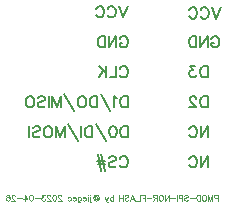
<source format=gbo>
G04 Layer: BottomSilkscreenLayer*
G04 EasyEDA v6.5.28, 2023-04-26 18:09:45*
G04 5b3014f588d64736849814bc4e181a52,358ee61244f84d38bc88aa0054fa78fe,10*
G04 Gerber Generator version 0.2*
G04 Scale: 100 percent, Rotated: No, Reflected: No *
G04 Dimensions in millimeters *
G04 leading zeros omitted , absolute positions ,4 integer and 5 decimal *
%FSLAX45Y45*%
%MOMM*%

%ADD10C,0.1000*%
%ADD11C,0.2000*%

%LPD*%
D10*
X4267200Y3403254D02*
G01*
X4267200Y3355527D01*
X4267200Y3403254D02*
G01*
X4246745Y3403254D01*
X4239928Y3400981D01*
X4237654Y3398707D01*
X4235381Y3394163D01*
X4235381Y3387346D01*
X4237654Y3382799D01*
X4239928Y3380526D01*
X4246745Y3378253D01*
X4267200Y3378253D01*
X4220382Y3403254D02*
G01*
X4220382Y3355527D01*
X4220382Y3403254D02*
G01*
X4202198Y3355527D01*
X4184017Y3403254D02*
G01*
X4202198Y3355527D01*
X4184017Y3403254D02*
G01*
X4184017Y3355527D01*
X4155381Y3403254D02*
G01*
X4159928Y3400981D01*
X4164472Y3396437D01*
X4166745Y3391890D01*
X4169018Y3385073D01*
X4169018Y3373709D01*
X4166745Y3366891D01*
X4164472Y3362345D01*
X4159928Y3357799D01*
X4155381Y3355527D01*
X4146290Y3355527D01*
X4141746Y3357799D01*
X4137200Y3362345D01*
X4134926Y3366891D01*
X4132653Y3373709D01*
X4132653Y3385073D01*
X4134926Y3391890D01*
X4137200Y3396437D01*
X4141746Y3400981D01*
X4146290Y3403254D01*
X4155381Y3403254D01*
X4117654Y3403254D02*
G01*
X4117654Y3355527D01*
X4117654Y3403254D02*
G01*
X4101746Y3403254D01*
X4094927Y3400981D01*
X4090382Y3396437D01*
X4088109Y3391890D01*
X4085836Y3385073D01*
X4085836Y3373709D01*
X4088109Y3366891D01*
X4090382Y3362345D01*
X4094927Y3357799D01*
X4101746Y3355527D01*
X4117654Y3355527D01*
X4070837Y3375982D02*
G01*
X4029928Y3375982D01*
X3983108Y3396437D02*
G01*
X3987655Y3400981D01*
X3994472Y3403254D01*
X4003563Y3403254D01*
X4010383Y3400981D01*
X4014927Y3396437D01*
X4014927Y3391890D01*
X4012653Y3387346D01*
X4010383Y3385073D01*
X4005836Y3382799D01*
X3992200Y3378253D01*
X3987655Y3375982D01*
X3985381Y3373709D01*
X3983108Y3369162D01*
X3983108Y3362345D01*
X3987655Y3357799D01*
X3994472Y3355527D01*
X4003563Y3355527D01*
X4010383Y3357799D01*
X4014927Y3362345D01*
X3968109Y3403254D02*
G01*
X3968109Y3355527D01*
X3968109Y3403254D02*
G01*
X3947655Y3403254D01*
X3940837Y3400981D01*
X3938564Y3398707D01*
X3936291Y3394163D01*
X3936291Y3387346D01*
X3938564Y3382799D01*
X3940837Y3380526D01*
X3947655Y3378253D01*
X3968109Y3378253D01*
X3921292Y3403254D02*
G01*
X3921292Y3355527D01*
X3906291Y3375982D02*
G01*
X3865382Y3375982D01*
X3850383Y3403254D02*
G01*
X3850383Y3355527D01*
X3850383Y3403254D02*
G01*
X3818564Y3355527D01*
X3818564Y3403254D02*
G01*
X3818564Y3355527D01*
X3789928Y3403254D02*
G01*
X3794472Y3400981D01*
X3799019Y3396437D01*
X3801292Y3391890D01*
X3803563Y3385073D01*
X3803563Y3373709D01*
X3801292Y3366891D01*
X3799019Y3362345D01*
X3794472Y3357799D01*
X3789928Y3355527D01*
X3780838Y3355527D01*
X3776291Y3357799D01*
X3771747Y3362345D01*
X3769474Y3366891D01*
X3767200Y3373709D01*
X3767200Y3385073D01*
X3769474Y3391890D01*
X3771747Y3396437D01*
X3776291Y3400981D01*
X3780838Y3403254D01*
X3789928Y3403254D01*
X3752199Y3403254D02*
G01*
X3752199Y3355527D01*
X3752199Y3403254D02*
G01*
X3731747Y3403254D01*
X3724927Y3400981D01*
X3722654Y3398707D01*
X3720383Y3394163D01*
X3720383Y3389617D01*
X3722654Y3385073D01*
X3724927Y3382799D01*
X3731747Y3380526D01*
X3752199Y3380526D01*
X3736291Y3380526D02*
G01*
X3720383Y3355527D01*
X3705382Y3375982D02*
G01*
X3664473Y3375982D01*
X3649474Y3403254D02*
G01*
X3649474Y3355527D01*
X3649474Y3403254D02*
G01*
X3619929Y3403254D01*
X3649474Y3380526D02*
G01*
X3631293Y3380526D01*
X3604928Y3403254D02*
G01*
X3604928Y3355527D01*
X3604928Y3355527D02*
G01*
X3577656Y3355527D01*
X3544473Y3403254D02*
G01*
X3562654Y3355527D01*
X3544473Y3403254D02*
G01*
X3526292Y3355527D01*
X3555837Y3371435D02*
G01*
X3533109Y3371435D01*
X3479474Y3396437D02*
G01*
X3484018Y3400981D01*
X3490838Y3403254D01*
X3499929Y3403254D01*
X3506746Y3400981D01*
X3511293Y3396437D01*
X3511293Y3391890D01*
X3509020Y3387346D01*
X3506746Y3385073D01*
X3502200Y3382799D01*
X3488565Y3378253D01*
X3484018Y3375982D01*
X3481748Y3373709D01*
X3479474Y3369162D01*
X3479474Y3362345D01*
X3484018Y3357799D01*
X3490838Y3355527D01*
X3499929Y3355527D01*
X3506746Y3357799D01*
X3511293Y3362345D01*
X3464473Y3403254D02*
G01*
X3464473Y3355527D01*
X3432655Y3403254D02*
G01*
X3432655Y3355527D01*
X3464473Y3380526D02*
G01*
X3432655Y3380526D01*
X3382655Y3403254D02*
G01*
X3382655Y3355527D01*
X3382655Y3380526D02*
G01*
X3378111Y3385073D01*
X3373564Y3387346D01*
X3366747Y3387346D01*
X3362200Y3385073D01*
X3357656Y3380526D01*
X3355383Y3373709D01*
X3355383Y3369162D01*
X3357656Y3362345D01*
X3362200Y3357799D01*
X3366747Y3355527D01*
X3373564Y3355527D01*
X3378111Y3357799D01*
X3382655Y3362345D01*
X3338111Y3387346D02*
G01*
X3324473Y3355527D01*
X3310839Y3387346D02*
G01*
X3324473Y3355527D01*
X3329020Y3346437D01*
X3333564Y3341890D01*
X3338111Y3339617D01*
X3340384Y3339617D01*
X3226747Y3385073D02*
G01*
X3229020Y3389617D01*
X3233564Y3391890D01*
X3240384Y3391890D01*
X3244928Y3389617D01*
X3247202Y3387346D01*
X3249475Y3380526D01*
X3249475Y3373709D01*
X3247202Y3369162D01*
X3242655Y3366891D01*
X3235838Y3366891D01*
X3231294Y3369162D01*
X3229020Y3373709D01*
X3240384Y3391890D02*
G01*
X3244928Y3387346D01*
X3247202Y3380526D01*
X3247202Y3373709D01*
X3244928Y3369162D01*
X3242655Y3366891D01*
X3226747Y3391890D02*
G01*
X3229020Y3373709D01*
X3229020Y3369162D01*
X3224474Y3366891D01*
X3219930Y3366891D01*
X3215383Y3371435D01*
X3213110Y3378253D01*
X3213110Y3382799D01*
X3215383Y3389617D01*
X3217656Y3394163D01*
X3222200Y3398707D01*
X3226747Y3400981D01*
X3233564Y3403254D01*
X3240384Y3403254D01*
X3247202Y3400981D01*
X3251748Y3398707D01*
X3256292Y3394163D01*
X3258565Y3389617D01*
X3260839Y3382799D01*
X3260839Y3375982D01*
X3258565Y3369162D01*
X3256292Y3364618D01*
X3251748Y3360072D01*
X3247202Y3357799D01*
X3240384Y3355527D01*
X3233564Y3355527D01*
X3226747Y3357799D01*
X3222200Y3360072D01*
X3219930Y3362345D01*
X3224474Y3391890D02*
G01*
X3226747Y3373709D01*
X3226747Y3369162D01*
X3224474Y3366891D01*
X3189020Y3403254D02*
G01*
X3186747Y3400981D01*
X3184474Y3403254D01*
X3186747Y3405527D01*
X3189020Y3403254D01*
X3186747Y3387346D02*
G01*
X3186747Y3348708D01*
X3189020Y3341890D01*
X3193564Y3339617D01*
X3198111Y3339617D01*
X3169475Y3403254D02*
G01*
X3167202Y3400981D01*
X3164928Y3403254D01*
X3167202Y3405527D01*
X3169475Y3403254D01*
X3167202Y3387346D02*
G01*
X3167202Y3355527D01*
X3149930Y3373709D02*
G01*
X3122655Y3373709D01*
X3122655Y3378253D01*
X3124928Y3382799D01*
X3127202Y3385073D01*
X3131748Y3387346D01*
X3138566Y3387346D01*
X3143110Y3385073D01*
X3147656Y3380526D01*
X3149930Y3373709D01*
X3149930Y3369162D01*
X3147656Y3362345D01*
X3143110Y3357799D01*
X3138566Y3355527D01*
X3131748Y3355527D01*
X3127202Y3357799D01*
X3122655Y3362345D01*
X3080384Y3387346D02*
G01*
X3080384Y3350981D01*
X3082655Y3344163D01*
X3084929Y3341890D01*
X3089475Y3339617D01*
X3096293Y3339617D01*
X3100839Y3341890D01*
X3080384Y3380526D02*
G01*
X3084929Y3385073D01*
X3089475Y3387346D01*
X3096293Y3387346D01*
X3100839Y3385073D01*
X3105383Y3380526D01*
X3107656Y3373709D01*
X3107656Y3369162D01*
X3105383Y3362345D01*
X3100839Y3357799D01*
X3096293Y3355527D01*
X3089475Y3355527D01*
X3084929Y3357799D01*
X3080384Y3362345D01*
X3065383Y3373709D02*
G01*
X3038111Y3373709D01*
X3038111Y3378253D01*
X3040385Y3382799D01*
X3042655Y3385073D01*
X3047202Y3387346D01*
X3054019Y3387346D01*
X3058566Y3385073D01*
X3063110Y3380526D01*
X3065383Y3373709D01*
X3065383Y3369162D01*
X3063110Y3362345D01*
X3058566Y3357799D01*
X3054019Y3355527D01*
X3047202Y3355527D01*
X3042655Y3357799D01*
X3038111Y3362345D01*
X2995838Y3380526D02*
G01*
X3000385Y3385073D01*
X3004929Y3387346D01*
X3011749Y3387346D01*
X3016293Y3385073D01*
X3020839Y3380526D01*
X3023110Y3373709D01*
X3023110Y3369162D01*
X3020839Y3362345D01*
X3016293Y3357799D01*
X3011749Y3355527D01*
X3004929Y3355527D01*
X3000385Y3357799D01*
X2995838Y3362345D01*
X2943565Y3391890D02*
G01*
X2943565Y3394163D01*
X2941294Y3398707D01*
X2939021Y3400981D01*
X2934474Y3403254D01*
X2925384Y3403254D01*
X2920839Y3400981D01*
X2918566Y3398707D01*
X2916293Y3394163D01*
X2916293Y3389617D01*
X2918566Y3385073D01*
X2923110Y3378253D01*
X2945838Y3355527D01*
X2914020Y3355527D01*
X2885384Y3403254D02*
G01*
X2892201Y3400981D01*
X2896748Y3394163D01*
X2899021Y3382799D01*
X2899021Y3375982D01*
X2896748Y3364618D01*
X2892201Y3357799D01*
X2885384Y3355527D01*
X2880840Y3355527D01*
X2874020Y3357799D01*
X2869476Y3364618D01*
X2867202Y3375982D01*
X2867202Y3382799D01*
X2869476Y3394163D01*
X2874020Y3400981D01*
X2880840Y3403254D01*
X2885384Y3403254D01*
X2849930Y3391890D02*
G01*
X2849930Y3394163D01*
X2847657Y3398707D01*
X2845384Y3400981D01*
X2840840Y3403254D01*
X2831749Y3403254D01*
X2827202Y3400981D01*
X2824929Y3398707D01*
X2822656Y3394163D01*
X2822656Y3389617D01*
X2824929Y3385073D01*
X2829476Y3378253D01*
X2852201Y3355527D01*
X2820385Y3355527D01*
X2800840Y3403254D02*
G01*
X2775838Y3403254D01*
X2789476Y3385073D01*
X2782656Y3385073D01*
X2778112Y3382799D01*
X2775838Y3380526D01*
X2773565Y3373709D01*
X2773565Y3369162D01*
X2775838Y3362345D01*
X2780385Y3357799D01*
X2787202Y3355527D01*
X2794020Y3355527D01*
X2800840Y3357799D01*
X2803110Y3360072D01*
X2805384Y3364618D01*
X2758566Y3375982D02*
G01*
X2717657Y3375982D01*
X2689021Y3403254D02*
G01*
X2695839Y3400981D01*
X2700385Y3394163D01*
X2702656Y3382799D01*
X2702656Y3375982D01*
X2700385Y3364618D01*
X2695839Y3357799D01*
X2689021Y3355527D01*
X2684475Y3355527D01*
X2677657Y3357799D01*
X2673111Y3364618D01*
X2670840Y3375982D01*
X2670840Y3382799D01*
X2673111Y3394163D01*
X2677657Y3400981D01*
X2684475Y3403254D01*
X2689021Y3403254D01*
X2633111Y3403254D02*
G01*
X2655839Y3371435D01*
X2621749Y3371435D01*
X2633111Y3403254D02*
G01*
X2633111Y3355527D01*
X2606748Y3375982D02*
G01*
X2565839Y3375982D01*
X2548567Y3391890D02*
G01*
X2548567Y3394163D01*
X2546294Y3398707D01*
X2544020Y3400981D01*
X2539476Y3403254D01*
X2530386Y3403254D01*
X2525839Y3400981D01*
X2523566Y3398707D01*
X2521295Y3394163D01*
X2521295Y3389617D01*
X2523566Y3385073D01*
X2528112Y3378253D01*
X2550840Y3355527D01*
X2519022Y3355527D01*
X2476748Y3396437D02*
G01*
X2479022Y3400981D01*
X2485839Y3403254D01*
X2490386Y3403254D01*
X2497203Y3400981D01*
X2501750Y3394163D01*
X2504020Y3382799D01*
X2504020Y3371435D01*
X2501750Y3362345D01*
X2497203Y3357799D01*
X2490386Y3355527D01*
X2488112Y3355527D01*
X2481295Y3357799D01*
X2476748Y3362345D01*
X2474475Y3369162D01*
X2474475Y3371435D01*
X2476748Y3378253D01*
X2481295Y3382799D01*
X2488112Y3385073D01*
X2490386Y3385073D01*
X2497203Y3382799D01*
X2501750Y3378253D01*
X2504020Y3371435D01*
D11*
X3505200Y5003109D02*
G01*
X3468837Y4907653D01*
X3432472Y5003109D02*
G01*
X3468837Y4907653D01*
X3334291Y4980381D02*
G01*
X3338837Y4989471D01*
X3347928Y4998562D01*
X3357018Y5003109D01*
X3375200Y5003109D01*
X3384290Y4998562D01*
X3393381Y4989471D01*
X3397928Y4980381D01*
X3402472Y4966746D01*
X3402472Y4944018D01*
X3397928Y4930381D01*
X3393381Y4921290D01*
X3384290Y4912199D01*
X3375200Y4907653D01*
X3357018Y4907653D01*
X3347928Y4912199D01*
X3338837Y4921290D01*
X3334291Y4930381D01*
X3236109Y4980381D02*
G01*
X3240653Y4989471D01*
X3249747Y4998562D01*
X3258837Y5003109D01*
X3277019Y5003109D01*
X3286109Y4998562D01*
X3295200Y4989471D01*
X3299747Y4980381D01*
X3304291Y4966746D01*
X3304291Y4944018D01*
X3299747Y4930381D01*
X3295200Y4921290D01*
X3286109Y4912199D01*
X3277019Y4907653D01*
X3258837Y4907653D01*
X3249747Y4912199D01*
X3240653Y4921290D01*
X3236109Y4930381D01*
X3437018Y4726381D02*
G01*
X3441562Y4735471D01*
X3450653Y4744562D01*
X3459746Y4749109D01*
X3477928Y4749109D01*
X3487018Y4744562D01*
X3496109Y4735471D01*
X3500653Y4726381D01*
X3505200Y4712746D01*
X3505200Y4690018D01*
X3500653Y4676381D01*
X3496109Y4667290D01*
X3487018Y4658199D01*
X3477928Y4653653D01*
X3459746Y4653653D01*
X3450653Y4658199D01*
X3441562Y4667290D01*
X3437018Y4676381D01*
X3437018Y4690018D01*
X3459746Y4690018D02*
G01*
X3437018Y4690018D01*
X3407018Y4749109D02*
G01*
X3407018Y4653653D01*
X3407018Y4749109D02*
G01*
X3343381Y4653653D01*
X3343381Y4749109D02*
G01*
X3343381Y4653653D01*
X3313381Y4749109D02*
G01*
X3313381Y4653653D01*
X3313381Y4749109D02*
G01*
X3281563Y4749109D01*
X3267928Y4744562D01*
X3258837Y4735471D01*
X3254291Y4726381D01*
X3249747Y4712746D01*
X3249747Y4690018D01*
X3254291Y4676381D01*
X3258837Y4667290D01*
X3267928Y4658199D01*
X3281563Y4653653D01*
X3313381Y4653653D01*
X3437018Y4472381D02*
G01*
X3441562Y4481471D01*
X3450653Y4490562D01*
X3459746Y4495109D01*
X3477928Y4495109D01*
X3487018Y4490562D01*
X3496109Y4481471D01*
X3500653Y4472381D01*
X3505200Y4458746D01*
X3505200Y4436018D01*
X3500653Y4422381D01*
X3496109Y4413290D01*
X3487018Y4404199D01*
X3477928Y4399653D01*
X3459746Y4399653D01*
X3450653Y4404199D01*
X3441562Y4413290D01*
X3437018Y4422381D01*
X3407018Y4495109D02*
G01*
X3407018Y4399653D01*
X3407018Y4399653D02*
G01*
X3352472Y4399653D01*
X3322472Y4495109D02*
G01*
X3322472Y4399653D01*
X3258837Y4495109D02*
G01*
X3322472Y4431471D01*
X3299747Y4454199D02*
G01*
X3258837Y4399653D01*
X3505200Y4241109D02*
G01*
X3505200Y4145653D01*
X3505200Y4241109D02*
G01*
X3473381Y4241109D01*
X3459746Y4236562D01*
X3450653Y4227471D01*
X3446109Y4218381D01*
X3441562Y4204746D01*
X3441562Y4182018D01*
X3446109Y4168381D01*
X3450653Y4159290D01*
X3459746Y4150199D01*
X3473381Y4145653D01*
X3505200Y4145653D01*
X3411562Y4222927D02*
G01*
X3402472Y4227471D01*
X3388837Y4241109D01*
X3388837Y4145653D01*
X3277019Y4259290D02*
G01*
X3358837Y4113837D01*
X3247019Y4241109D02*
G01*
X3247019Y4145653D01*
X3247019Y4241109D02*
G01*
X3215200Y4241109D01*
X3201563Y4236562D01*
X3192472Y4227471D01*
X3187928Y4218381D01*
X3183381Y4204746D01*
X3183381Y4182018D01*
X3187928Y4168381D01*
X3192472Y4159290D01*
X3201563Y4150199D01*
X3215200Y4145653D01*
X3247019Y4145653D01*
X3126110Y4241109D02*
G01*
X3135200Y4236562D01*
X3144291Y4227471D01*
X3148838Y4218381D01*
X3153382Y4204746D01*
X3153382Y4182018D01*
X3148838Y4168381D01*
X3144291Y4159290D01*
X3135200Y4150199D01*
X3126110Y4145653D01*
X3107928Y4145653D01*
X3098838Y4150199D01*
X3089747Y4159290D01*
X3085200Y4168381D01*
X3080654Y4182018D01*
X3080654Y4204746D01*
X3085200Y4218381D01*
X3089747Y4227471D01*
X3098838Y4236562D01*
X3107928Y4241109D01*
X3126110Y4241109D01*
X2968838Y4259290D02*
G01*
X3050654Y4113837D01*
X2938838Y4241109D02*
G01*
X2938838Y4145653D01*
X2938838Y4241109D02*
G01*
X2902473Y4145653D01*
X2866110Y4241109D02*
G01*
X2902473Y4145653D01*
X2866110Y4241109D02*
G01*
X2866110Y4145653D01*
X2836110Y4241109D02*
G01*
X2836110Y4145653D01*
X2742473Y4227471D02*
G01*
X2751564Y4236562D01*
X2765201Y4241109D01*
X2783382Y4241109D01*
X2797020Y4236562D01*
X2806110Y4227471D01*
X2806110Y4218381D01*
X2801564Y4209290D01*
X2797020Y4204746D01*
X2787929Y4200199D01*
X2760654Y4191109D01*
X2751564Y4186562D01*
X2747020Y4182018D01*
X2742473Y4172927D01*
X2742473Y4159290D01*
X2751564Y4150199D01*
X2765201Y4145653D01*
X2783382Y4145653D01*
X2797020Y4150199D01*
X2806110Y4159290D01*
X2685201Y4241109D02*
G01*
X2694292Y4236562D01*
X2703382Y4227471D01*
X2707929Y4218381D01*
X2712473Y4204746D01*
X2712473Y4182018D01*
X2707929Y4168381D01*
X2703382Y4159290D01*
X2694292Y4150199D01*
X2685201Y4145653D01*
X2667020Y4145653D01*
X2657929Y4150199D01*
X2648838Y4159290D01*
X2644292Y4168381D01*
X2639748Y4182018D01*
X2639748Y4204746D01*
X2644292Y4218381D01*
X2648838Y4227471D01*
X2657929Y4236562D01*
X2667020Y4241109D01*
X2685201Y4241109D01*
X3505200Y3987109D02*
G01*
X3505200Y3891653D01*
X3505200Y3987109D02*
G01*
X3473381Y3987109D01*
X3459746Y3982562D01*
X3450653Y3973471D01*
X3446109Y3964381D01*
X3441562Y3950746D01*
X3441562Y3928018D01*
X3446109Y3914381D01*
X3450653Y3905290D01*
X3459746Y3896199D01*
X3473381Y3891653D01*
X3505200Y3891653D01*
X3384290Y3987109D02*
G01*
X3397928Y3982562D01*
X3407018Y3968927D01*
X3411562Y3946199D01*
X3411562Y3932562D01*
X3407018Y3909837D01*
X3397928Y3896199D01*
X3384290Y3891653D01*
X3375200Y3891653D01*
X3361563Y3896199D01*
X3352472Y3909837D01*
X3347928Y3932562D01*
X3347928Y3946199D01*
X3352472Y3968927D01*
X3361563Y3982562D01*
X3375200Y3987109D01*
X3384290Y3987109D01*
X3236109Y4005290D02*
G01*
X3317928Y3859837D01*
X3206109Y3987109D02*
G01*
X3206109Y3891653D01*
X3206109Y3987109D02*
G01*
X3174291Y3987109D01*
X3160654Y3982562D01*
X3151563Y3973471D01*
X3147019Y3964381D01*
X3142472Y3950746D01*
X3142472Y3928018D01*
X3147019Y3914381D01*
X3151563Y3905290D01*
X3160654Y3896199D01*
X3174291Y3891653D01*
X3206109Y3891653D01*
X3112472Y3987109D02*
G01*
X3112472Y3891653D01*
X3000654Y4005290D02*
G01*
X3082472Y3859837D01*
X2970654Y3987109D02*
G01*
X2970654Y3891653D01*
X2970654Y3987109D02*
G01*
X2934291Y3891653D01*
X2897929Y3987109D02*
G01*
X2934291Y3891653D01*
X2897929Y3987109D02*
G01*
X2897929Y3891653D01*
X2840654Y3987109D02*
G01*
X2849747Y3982562D01*
X2858838Y3973471D01*
X2863382Y3964381D01*
X2867929Y3950746D01*
X2867929Y3928018D01*
X2863382Y3914381D01*
X2858838Y3905290D01*
X2849747Y3896199D01*
X2840654Y3891653D01*
X2822473Y3891653D01*
X2813382Y3896199D01*
X2804292Y3905290D01*
X2799748Y3914381D01*
X2795201Y3928018D01*
X2795201Y3950746D01*
X2799748Y3964381D01*
X2804292Y3973471D01*
X2813382Y3982562D01*
X2822473Y3987109D01*
X2840654Y3987109D01*
X2701564Y3973471D02*
G01*
X2710654Y3982562D01*
X2724292Y3987109D01*
X2742473Y3987109D01*
X2756110Y3982562D01*
X2765201Y3973471D01*
X2765201Y3964381D01*
X2760654Y3955290D01*
X2756110Y3950746D01*
X2747020Y3946199D01*
X2719748Y3937109D01*
X2710654Y3932562D01*
X2706110Y3928018D01*
X2701564Y3918927D01*
X2701564Y3905290D01*
X2710654Y3896199D01*
X2724292Y3891653D01*
X2742473Y3891653D01*
X2756110Y3896199D01*
X2765201Y3905290D01*
X2671564Y3987109D02*
G01*
X2671564Y3891653D01*
X3437018Y3710381D02*
G01*
X3441562Y3719471D01*
X3450653Y3728562D01*
X3459744Y3733109D01*
X3477925Y3733109D01*
X3487018Y3728562D01*
X3496109Y3719471D01*
X3500653Y3710381D01*
X3505200Y3696746D01*
X3505200Y3674018D01*
X3500653Y3660381D01*
X3496109Y3651290D01*
X3487018Y3642199D01*
X3477925Y3637653D01*
X3459744Y3637653D01*
X3450653Y3642199D01*
X3441562Y3651290D01*
X3437018Y3660381D01*
X3343381Y3719471D02*
G01*
X3352472Y3728562D01*
X3366109Y3733109D01*
X3384290Y3733109D01*
X3397925Y3728562D01*
X3407018Y3719471D01*
X3407018Y3710381D01*
X3402472Y3701290D01*
X3397925Y3696746D01*
X3388834Y3692199D01*
X3361563Y3683109D01*
X3352472Y3678562D01*
X3347925Y3674018D01*
X3343381Y3664927D01*
X3343381Y3651290D01*
X3352472Y3642199D01*
X3366109Y3637653D01*
X3384290Y3637653D01*
X3397925Y3642199D01*
X3407018Y3651290D01*
X3277019Y3751290D02*
G01*
X3308835Y3605837D01*
X3249744Y3751290D02*
G01*
X3281563Y3605837D01*
X3308835Y3692199D02*
G01*
X3245200Y3692199D01*
X3313381Y3664927D02*
G01*
X3249744Y3664927D01*
X4292600Y4990409D02*
G01*
X4256237Y4894953D01*
X4219872Y4990409D02*
G01*
X4256237Y4894953D01*
X4121691Y4967681D02*
G01*
X4126237Y4976771D01*
X4135328Y4985862D01*
X4144418Y4990409D01*
X4162600Y4990409D01*
X4171690Y4985862D01*
X4180781Y4976771D01*
X4185328Y4967681D01*
X4189872Y4954046D01*
X4189872Y4931318D01*
X4185328Y4917681D01*
X4180781Y4908590D01*
X4171690Y4899499D01*
X4162600Y4894953D01*
X4144418Y4894953D01*
X4135328Y4899499D01*
X4126237Y4908590D01*
X4121691Y4917681D01*
X4023509Y4967681D02*
G01*
X4028053Y4976771D01*
X4037147Y4985862D01*
X4046237Y4990409D01*
X4064419Y4990409D01*
X4073509Y4985862D01*
X4082600Y4976771D01*
X4087147Y4967681D01*
X4091691Y4954046D01*
X4091691Y4931318D01*
X4087147Y4917681D01*
X4082600Y4908590D01*
X4073509Y4899499D01*
X4064419Y4894953D01*
X4046237Y4894953D01*
X4037147Y4899499D01*
X4028053Y4908590D01*
X4023509Y4917681D01*
X4210776Y4726381D02*
G01*
X4215320Y4735471D01*
X4224411Y4744562D01*
X4233504Y4749109D01*
X4251685Y4749109D01*
X4260776Y4744562D01*
X4269866Y4735471D01*
X4274411Y4726381D01*
X4278957Y4712746D01*
X4278957Y4690018D01*
X4274411Y4676381D01*
X4269866Y4667290D01*
X4260776Y4658199D01*
X4251685Y4653653D01*
X4233504Y4653653D01*
X4224411Y4658199D01*
X4215320Y4667290D01*
X4210776Y4676381D01*
X4210776Y4690018D01*
X4233504Y4690018D02*
G01*
X4210776Y4690018D01*
X4180776Y4749109D02*
G01*
X4180776Y4653653D01*
X4180776Y4749109D02*
G01*
X4117139Y4653653D01*
X4117139Y4749109D02*
G01*
X4117139Y4653653D01*
X4087139Y4749109D02*
G01*
X4087139Y4653653D01*
X4087139Y4749109D02*
G01*
X4055320Y4749109D01*
X4041686Y4744562D01*
X4032595Y4735471D01*
X4028048Y4726381D01*
X4023504Y4712746D01*
X4023504Y4690018D01*
X4028048Y4676381D01*
X4032595Y4667290D01*
X4041686Y4658199D01*
X4055320Y4653653D01*
X4087139Y4653653D01*
X4180781Y4495109D02*
G01*
X4180781Y4399653D01*
X4180781Y4495109D02*
G01*
X4148963Y4495109D01*
X4135328Y4490562D01*
X4126235Y4481471D01*
X4121691Y4472381D01*
X4117144Y4458746D01*
X4117144Y4436018D01*
X4121691Y4422381D01*
X4126235Y4413290D01*
X4135328Y4404199D01*
X4148963Y4399653D01*
X4180781Y4399653D01*
X4078053Y4495109D02*
G01*
X4028053Y4495109D01*
X4055328Y4458746D01*
X4041691Y4458746D01*
X4032600Y4454199D01*
X4028053Y4449653D01*
X4023509Y4436018D01*
X4023509Y4426927D01*
X4028053Y4413290D01*
X4037144Y4404199D01*
X4050781Y4399653D01*
X4064419Y4399653D01*
X4078053Y4404199D01*
X4082600Y4408746D01*
X4087144Y4417837D01*
X4180781Y4241109D02*
G01*
X4180781Y4145653D01*
X4180781Y4241109D02*
G01*
X4148963Y4241109D01*
X4135328Y4236562D01*
X4126235Y4227471D01*
X4121691Y4218381D01*
X4117144Y4204746D01*
X4117144Y4182018D01*
X4121691Y4168381D01*
X4126235Y4159290D01*
X4135328Y4150199D01*
X4148963Y4145653D01*
X4180781Y4145653D01*
X4082600Y4218381D02*
G01*
X4082600Y4222927D01*
X4078053Y4232018D01*
X4073509Y4236562D01*
X4064419Y4241109D01*
X4046235Y4241109D01*
X4037144Y4236562D01*
X4032600Y4232018D01*
X4028053Y4222927D01*
X4028053Y4213837D01*
X4032600Y4204746D01*
X4041691Y4191109D01*
X4087144Y4145653D01*
X4023509Y4145653D01*
X4185320Y3987109D02*
G01*
X4185320Y3891653D01*
X4185320Y3987109D02*
G01*
X4121683Y3891653D01*
X4121683Y3987109D02*
G01*
X4121683Y3891653D01*
X4023502Y3964381D02*
G01*
X4028046Y3973471D01*
X4037136Y3982562D01*
X4046230Y3987109D01*
X4064411Y3987109D01*
X4073502Y3982562D01*
X4082592Y3973471D01*
X4087136Y3964381D01*
X4091683Y3950746D01*
X4091683Y3928018D01*
X4087136Y3914381D01*
X4082592Y3905290D01*
X4073502Y3896199D01*
X4064411Y3891653D01*
X4046230Y3891653D01*
X4037136Y3896199D01*
X4028046Y3905290D01*
X4023502Y3914381D01*
X4185320Y3733109D02*
G01*
X4185320Y3637653D01*
X4185320Y3733109D02*
G01*
X4121683Y3637653D01*
X4121683Y3733109D02*
G01*
X4121683Y3637653D01*
X4023502Y3710381D02*
G01*
X4028048Y3719471D01*
X4037139Y3728562D01*
X4046230Y3733109D01*
X4064411Y3733109D01*
X4073502Y3728562D01*
X4082592Y3719471D01*
X4087139Y3710381D01*
X4091683Y3696746D01*
X4091683Y3674018D01*
X4087139Y3660381D01*
X4082592Y3651290D01*
X4073502Y3642199D01*
X4064411Y3637653D01*
X4046230Y3637653D01*
X4037139Y3642199D01*
X4028048Y3651290D01*
X4023502Y3660381D01*
M02*

</source>
